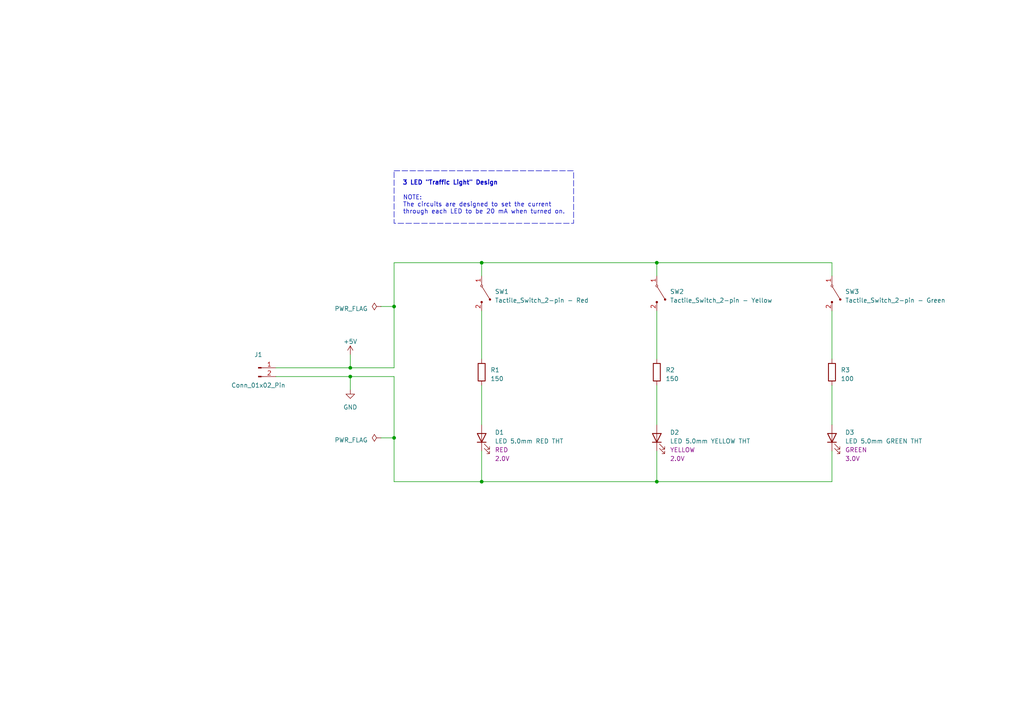
<source format=kicad_sch>
(kicad_sch (version 20230121) (generator eeschema)
  (paper "A4")
  (title_block (title "Sean's Traffic Light") (date "2023-05-01") (rev "A") (company "Sean Electronics") (comment 1 "https://sean.com") (comment 2 "Design: Calle Johansson"))
  (lib_symbols
    (symbol "CJ_LED:LED 5.0mm GREEN THT" (pin_numbers hide) (pin_names (offset 1.016) hide)
      (property "Reference" "D" (at 0 2.54 0))
      (property "Value" "LED 5.0mm GREEN THT" (at 0 -2.54 0))
      (property "Color" "GREEN" (at 0 -5.08 0))
      (property "Voltage" "3.0V" (at 0 -7.62 0))
      (symbol "LED 5.0mm GREEN THT_0_1"
        (polyline (pts (xy -1.27 -1.27) (xy -1.27 1.27)) (stroke (width 0.254)))
        (polyline (pts (xy -1.27 0) (xy 1.27 0)))
        (polyline (pts (xy 1.27 -1.27) (xy 1.27 1.27) (xy -1.27 0) (xy 1.27 -1.27)) (stroke (width 0.254)))
        (polyline (pts (xy -3.048 -0.762) (xy -4.572 -2.286) (xy -3.81 -2.286) (xy -4.572 -2.286) (xy -4.572 -1.524)))
        (polyline (pts (xy -1.778 -0.762) (xy -3.302 -2.286) (xy -2.54 -2.286) (xy -3.302 -2.286) (xy -3.302 -1.524)))
      )
      (symbol "LED 5.0mm GREEN THT_1_1"
        (pin passive line (at -3.81 0 0) (length 2.54) (name "K") (number "1"))
        (pin passive line (at 3.81 0 180) (length 2.54) (name "A") (number "2"))
      )
    )
    (symbol "CJ_LED:LED 5.0mm RED THT" (pin_numbers hide) (pin_names (offset 1.016) hide)
      (property "Reference" "D" (at 0 2.54 0))
      (property "Value" "LED 5.0mm RED THT" (at 0 -2.54 0))
      (property "Color" "RED" (at 0 -5.08 0))
      (property "Voltage" "2.0V" (at 0 -7.62 0))
      (symbol "LED 5.0mm RED THT_0_1"
        (polyline (pts (xy -1.27 -1.27) (xy -1.27 1.27)) (stroke (width 0.254)))
        (polyline (pts (xy -1.27 0) (xy 1.27 0)))
        (polyline (pts (xy 1.27 -1.27) (xy 1.27 1.27) (xy -1.27 0) (xy 1.27 -1.27)) (stroke (width 0.254)))
        (polyline (pts (xy -3.048 -0.762) (xy -4.572 -2.286) (xy -3.81 -2.286) (xy -4.572 -2.286) (xy -4.572 -1.524)))
        (polyline (pts (xy -1.778 -0.762) (xy -3.302 -2.286) (xy -2.54 -2.286) (xy -3.302 -2.286) (xy -3.302 -1.524)))
      )
      (symbol "LED 5.0mm RED THT_1_1"
        (pin passive line (at -3.81 0 0) (length 2.54) (name "K") (number "1"))
        (pin passive line (at 3.81 0 180) (length 2.54) (name "A") (number "2"))
      )
    )
    (symbol "CJ_LED:LED 5.0mm YELLOW THT" (pin_numbers hide) (pin_names (offset 1.016) hide)
      (property "Reference" "D" (at 0 2.54 0))
      (property "Value" "LED 5.0mm YELLOW THT" (at 0 -2.54 0))
      (property "Color" "YELLOW" (at 0 -5.08 0))
      (property "Voltage" "2.0V" (at 0 -7.62 0))
      (symbol "LED 5.0mm YELLOW THT_0_1"
        (polyline (pts (xy -1.27 -1.27) (xy -1.27 1.27)) (stroke (width 0.254)))
        (polyline (pts (xy -1.27 0) (xy 1.27 0)))
        (polyline (pts (xy 1.27 -1.27) (xy 1.27 1.27) (xy -1.27 0) (xy 1.27 -1.27)) (stroke (width 0.254)))
        (polyline (pts (xy -3.048 -0.762) (xy -4.572 -2.286) (xy -3.81 -2.286) (xy -4.572 -2.286) (xy -4.572 -1.524)))
        (polyline (pts (xy -1.778 -0.762) (xy -3.302 -2.286) (xy -2.54 -2.286) (xy -3.302 -2.286) (xy -3.302 -1.524)))
      )
      (symbol "LED 5.0mm YELLOW THT_1_1"
        (pin passive line (at -3.81 0 0) (length 2.54) (name "K") (number "1"))
        (pin passive line (at 3.81 0 180) (length 2.54) (name "A") (number "2"))
      )
    )
    (symbol "CJ_Switch:Tactile_Switch_2-pin - Green"
      (property "Reference" "SW" (at -1.27 0 0))
      (property "Value" "Tactile_Switch_2-pin - Green" (at 0 0 0))
      (symbol "Tactile_Switch_2-pin - Green_0_1"
        (polyline (pts (xy -1.905 -4.953) (xy 1.778 -2.667)))
      )
      (symbol "Tactile_Switch_2-pin - Green_1_1"
        (circle (center -2.159 -5.08) (radius 0.284))
        (circle (center 1.778 -2.667) (radius 0.254) (fill (type outline)))
        (circle (center 2.54 -5.08) (radius 0.254) (fill (type outline)))
        (pin passive line (at -5.08 -5.08 0) (length 2.54) (name "") (number "1"))
        (pin passive line (at 5.08 -5.08 180) (length 2.54) (name "") (number "2"))
      )
    )
    (symbol "CJ_Switch:Tactile_Switch_2-pin - Red"
      (property "Reference" "SW" (at -1.27 0 0))
      (property "Value" "Tactile_Switch_2-pin - Red" (at 0 0 0))
      (symbol "Tactile_Switch_2-pin - Red_0_1"
        (polyline (pts (xy -1.905 -4.953) (xy 1.778 -2.667)))
      )
      (symbol "Tactile_Switch_2-pin - Red_1_1"
        (circle (center -2.159 -5.08) (radius 0.284))
        (circle (center 1.778 -2.667) (radius 0.254) (fill (type outline)))
        (circle (center 2.54 -5.08) (radius 0.254) (fill (type outline)))
        (pin passive line (at -5.08 -5.08 0) (length 2.54) (name "") (number "1"))
        (pin passive line (at 5.08 -5.08 180) (length 2.54) (name "") (number "2"))
      )
    )
    (symbol "CJ_Switch:Tactile_Switch_2-pin - Yellow"
      (property "Reference" "SW" (at -1.27 0 0))
      (property "Value" "Tactile_Switch_2-pin - Yellow" (at 0 0 0))
      (symbol "Tactile_Switch_2-pin - Yellow_0_1"
        (polyline (pts (xy -1.905 -4.953) (xy 1.778 -2.667)))
      )
      (symbol "Tactile_Switch_2-pin - Yellow_1_1"
        (circle (center -2.159 -5.08) (radius 0.284))
        (circle (center 1.778 -2.667) (radius 0.254) (fill (type outline)))
        (circle (center 2.54 -5.08) (radius 0.254) (fill (type outline)))
        (pin passive line (at -5.08 -5.08 0) (length 2.54) (name "") (number "1"))
        (pin passive line (at 5.08 -5.08 180) (length 2.54) (name "") (number "2"))
      )
    )
    (symbol "Connector:Conn_01x02_Pin" (pin_names (offset 1.016) hide)
      (property "Reference" "J" (at 0 2.54 0))
      (property "Value" "Conn_01x02_Pin" (at 0 -5.08 0))
      (symbol "Conn_01x02_Pin_1_1"
        (polyline (pts (xy 1.27 -2.54) (xy 0.8636 -2.54)) (stroke (width 0.1524)))
        (polyline (pts (xy 1.27 0) (xy 0.8636 0)) (stroke (width 0.1524)))
        (rectangle (start 0.8636 -2.413) (end 0 -2.667) (stroke (width 0.1524)) (fill (type outline)))
        (rectangle (start 0.8636 0.127) (end 0 -0.127) (stroke (width 0.1524)) (fill (type outline)))
        (pin passive line (at 5.08 0 180) (length 3.81) (name "Pin_1") (number "1"))
        (pin passive line (at 5.08 -2.54 180) (length 3.81) (name "Pin_2") (number "2"))
      )
    )
    (symbol "Device:R" (pin_numbers hide) (pin_names (offset 0))
      (property "Reference" "R" (at 2.032 0 90))
      (property "Value" "R" (at 0 0 90))
      (symbol "R_0_1"
        (rectangle (start -1.016 -2.54) (end 1.016 2.54) (stroke (width 0.254)))
      )
      (symbol "R_1_1"
        (pin passive line (at 0 3.81 270) (length 1.27) (name "~") (number "1"))
        (pin passive line (at 0 -3.81 90) (length 1.27) (name "~") (number "2"))
      )
    )
    (symbol "power:+5V" (power) (pin_names (offset 0))
      (property "Value" "+5V" (at 0 3.556 0))
      (symbol "+5V_0_1"
        (polyline (pts (xy -0.762 1.27) (xy 0 2.54)))
        (polyline (pts (xy 0 0) (xy 0 2.54)))
        (polyline (pts (xy 0 2.54) (xy 0.762 1.27)))
      )
      (symbol "+5V_1_1"
        (pin power_in line (at 0 0 90) (length 0) hide (name "+5V") (number "1"))
      )
    )
    (symbol "power:GND" (power) (pin_names (offset 0))
      (property "Value" "GND" (at 0 -3.81 0))
      (symbol "GND_0_1"
        (polyline (pts (xy 0 0) (xy 0 -1.27) (xy 1.27 -1.27) (xy 0 -2.54) (xy -1.27 -1.27) (xy 0 -1.27)))
      )
      (symbol "GND_1_1"
        (pin power_in line (at 0 0 270) (length 0) hide (name "GND") (number "1"))
      )
    )
    (symbol "power:PWR_FLAG" (power) (pin_numbers hide) (pin_names (offset 0) hide)
      (property "Value" "PWR_FLAG" (at 0 3.81 0))
      (symbol "PWR_FLAG_0_0"
        (pin power_out line (at 0 0 90) (length 0) (name "pwr") (number "1"))
      )
      (symbol "PWR_FLAG_0_1"
        (polyline (pts (xy 0 0) (xy 0 1.27) (xy -1.016 1.905) (xy 0 2.54) (xy 1.016 1.905) (xy 0 1.27)))
      )
    )
  )
  (junction (at 139.7 139.7))
  (junction (at 101.6 109.22))
  (junction (at 190.5 76.2))
  (junction (at 190.5 139.7))
  (junction (at 114.3 88.9))
  (junction (at 114.3 127))
  (junction (at 101.6 106.68))
  (junction (at 139.7 76.2))
  (wire (pts (xy 190.5 76.2) (xy 190.5 80.01)))
  (wire (pts (xy 139.7 111.76) (xy 139.7 123.19)))
  (wire (pts (xy 114.3 76.2) (xy 139.7 76.2)))
  (wire (pts (xy 114.3 139.7) (xy 139.7 139.7)))
  (wire (pts (xy 114.3 106.68) (xy 114.3 88.9)))
  (wire (pts (xy 110.49 88.9) (xy 114.3 88.9)))
  (wire (pts (xy 80.01 106.68) (xy 101.6 106.68)))
  (wire (pts (xy 80.01 109.22) (xy 101.6 109.22)))
  (wire (pts (xy 114.3 127) (xy 114.3 139.7)))
  (wire (pts (xy 139.7 90.17) (xy 139.7 104.14)))
  (wire (pts (xy 241.3 130.81) (xy 241.3 139.7)))
  (wire (pts (xy 101.6 109.22) (xy 101.6 113.03)))
  (wire (pts (xy 139.7 76.2) (xy 139.7 80.01)))
  (wire (pts (xy 190.5 130.81) (xy 190.5 139.7)))
  (wire (pts (xy 190.5 139.7) (xy 139.7 139.7)))
  (wire (pts (xy 110.49 127) (xy 114.3 127)))
  (wire (pts (xy 190.5 111.76) (xy 190.5 123.19)))
  (wire (pts (xy 101.6 102.87) (xy 101.6 106.68)))
  (wire (pts (xy 101.6 109.22) (xy 114.3 109.22)))
  (wire (pts (xy 241.3 80.01) (xy 241.3 76.2)))
  (wire (pts (xy 114.3 127) (xy 114.3 109.22)))
  (wire (pts (xy 241.3 111.76) (xy 241.3 123.19)))
  (wire (pts (xy 190.5 76.2) (xy 139.7 76.2)))
  (wire (pts (xy 114.3 88.9) (xy 114.3 76.2)))
  (wire (pts (xy 241.3 90.17) (xy 241.3 104.14)))
  (wire (pts (xy 101.6 106.68) (xy 114.3 106.68)))
  (wire (pts (xy 241.3 139.7) (xy 190.5 139.7)))
  (wire (pts (xy 241.3 76.2) (xy 190.5 76.2)))
  (wire (pts (xy 139.7 130.81) (xy 139.7 139.7)))
  (wire (pts (xy 190.5 90.17) (xy 190.5 104.14)))
  (rectangle (start 114.3 49.53) (end 166.37 64.77) (stroke (width 0) (type dash)))
  (text "\n\nNOTE:\nThe circuits are designed to set the current\nthrough each LED to be 20 mA when turned on." (at 116.84 62.23 0) (effects (font (size 1.27 1.27)) (justify left bottom)))
  (text "3 LED \"Traffic Light\" Design" (at 116.6976 53.8462 0) (effects (font (size 1.27 1.27) (thickness 0.254) bold) (justify left bottom)))
  (symbol (lib_id "power:GND") (at 101.6 113.03 0) (unit 1)
    (property "Reference" "#PWR02" (effects hide))
    (property "Value" "GND" (at 101.6 118.11 0))
  )
  (symbol (lib_id "Connector:Conn_01x02_Pin") (at 74.93 106.68 0) (unit 1)
    (property "Reference" "J1" (at 74.93 102.87 0))
    (property "Value" "Conn_01x02_Pin" (at 74.93 111.76 0))
    (property "Footprint" "Connector_PinHeader_2.54mm:PinHeader_1x02_P2.54mm_Vertical" (effects hide))
  )
  (symbol (lib_id "CJ_Switch:Tactile_Switch_2-pin - Yellow") (at 195.58 85.09 270) (unit 1)
    (property "Reference" "SW2" (at 194.31 84.582 90) (effects (justify left)))
    (property "Value" "Tactile_Switch_2-pin - Yellow" (at 194.31 87.122 90) (effects (justify left)))
    (property "Footprint" "Footprints_CJ:Tactile Switch - 6 x 6 mm - 2-pin - Yellow" (effects hide))
    (property "Datasheet" "https://www.aliexpress.us/item/2251832705231381.html" (effects hide))
    (property "Order Info" "https://www.amazon.com/gp/product/B07WF76VHT" (effects hide))
  )
  (symbol (lib_id "power:+5V") (at 101.6 102.87 0) (unit 1)
    (property "Reference" "#PWR01" (effects hide))
    (property "Value" "+5V" (at 101.6 99.06 0))
  )
  (symbol (lib_id "Device:R") (at 139.7 107.95 0) (unit 1)
    (property "Reference" "R1" (at 142.24 107.315 0) (effects (justify left)))
    (property "Value" "150" (at 142.24 109.855 0) (effects (justify left)))
    (property "Footprint" "Resistor_THT:R_Axial_DIN0204_L3.6mm_D1.6mm_P7.62mm_Horizontal" (effects hide))
  )
  (symbol (lib_id "Device:R") (at 190.5 107.95 0) (unit 1)
    (property "Reference" "R2" (at 193.04 107.315 0) (effects (justify left)))
    (property "Value" "150" (at 193.04 109.855 0) (effects (justify left)))
    (property "Footprint" "Resistor_THT:R_Axial_DIN0204_L3.6mm_D1.6mm_P7.62mm_Horizontal" (effects hide))
  )
  (symbol (lib_id "CJ_LED:LED 5.0mm YELLOW THT") (at 190.5 127 90) (unit 1)
    (property "Reference" "D2" (at 194.31 125.4125 90) (effects (justify right)))
    (property "Value" "LED 5.0mm YELLOW THT" (at 194.31 127.9525 90) (effects (justify right)))
    (property "Footprint" "Footprints_CJ:LED_D5.0mm YELLOW THT" (effects hide))
    (property "Datasheet" "https://www.farnell.com/datasheets/2863876.pdf" (effects hide))
    (property "LED Info" "https://www.digikey.com/htmldatasheets/production/1797885/0/0/1/All-About-LEDs.pdf" (effects hide))
    (property "Color" "YELLOW" (at 194.31 130.4925 90) (effects (justify right)))
    (property "Voltage" "2.0V" (at 194.31 133.0325 90) (effects (justify right)))
  )
  (symbol (lib_id "CJ_LED:LED 5.0mm GREEN THT") (at 241.3 127 90) (unit 1)
    (property "Reference" "D3" (at 245.11 125.4125 90) (effects (justify right)))
    (property "Value" "LED 5.0mm GREEN THT" (at 245.11 127.9525 90) (effects (justify right)))
    (property "Footprint" "Footprints_CJ:LED_D5.0mm GREEN THT" (effects hide))
    (property "Datasheet" "https://www.farnell.com/datasheets/2863875.pdf" (effects hide))
    (property "Additional Data" "https://www.farnell.com/datasheets/1975638.pdf" (effects hide))
    (property "LED Info" "https://www.digikey.com/htmldatasheets/production/1797885/0/0/1/All-About-LEDs.pdf" (effects hide))
    (property "Color" "GREEN" (at 245.11 130.4925 90) (effects (justify right)))
    (property "Voltage" "3.0V" (at 245.11 133.0325 90) (effects (justify right)))
  )
  (symbol (lib_id "CJ_LED:LED 5.0mm RED THT") (at 139.7 127 90) (unit 1)
    (property "Reference" "D1" (at 143.51 125.4125 90) (effects (justify right)))
    (property "Value" "LED 5.0mm RED THT" (at 143.51 127.9525 90) (effects (justify right)))
    (property "Footprint" "Footprints_CJ:LED_D5.0mm RED THT" (effects hide))
    (property "Datasheet" "https://www.farnell.com/datasheets/2863877.pdf" (effects hide))
    (property "Additional Data" "https://www.farnell.com/datasheets/2047848.pdf" (effects hide))
    (property "LED Info" "https://www.digikey.com/htmldatasheets/production/1797885/0/0/1/All-About-LEDs.pdf" (effects hide))
    (property "Color" "RED" (at 143.51 130.4925 90) (effects (justify right)))
    (property "Voltage" "2.0V" (at 143.51 133.0325 90) (effects (justify right)))
  )
  (symbol (lib_id "CJ_Switch:Tactile_Switch_2-pin - Green") (at 246.38 85.09 270) (unit 1)
    (property "Reference" "SW3" (at 245.11 84.582 90) (effects (justify left)))
    (property "Value" "Tactile_Switch_2-pin - Green" (at 245.11 87.122 90) (effects (justify left)))
    (property "Footprint" "Footprints_CJ:Tactile Switch - 6 x 6 mm - 2-pin - Green" (effects hide))
    (property "Datasheet" "https://www.aliexpress.us/item/2251832705231381.html" (effects hide))
    (property "Order Info" "https://www.amazon.com/gp/product/B07WF76VHT" (effects hide))
  )
  (symbol (lib_id "power:PWR_FLAG") (at 110.49 127 90) (unit 1)
    (property "Reference" "#FLG02" (effects hide))
    (property "Value" "PWR_FLAG" (at 106.68 127.635 90) (effects (justify left)))
  )
  (symbol (lib_id "power:PWR_FLAG") (at 110.49 88.9 90) (unit 1)
    (property "Reference" "#FLG01" (effects hide))
    (property "Value" "PWR_FLAG" (at 106.68 89.535 90) (effects (justify left)))
  )
  (symbol (lib_id "Device:R") (at 241.3 107.95 0) (unit 1)
    (property "Reference" "R3" (at 243.84 107.315 0) (effects (justify left)))
    (property "Value" "100" (at 243.84 109.855 0) (effects (justify left)))
    (property "Footprint" "Resistor_THT:R_Axial_DIN0204_L3.6mm_D1.6mm_P7.62mm_Horizontal" (effects hide))
  )
  (symbol (lib_id "CJ_Switch:Tactile_Switch_2-pin - Red") (at 144.78 85.09 270) (unit 1)
    (property "Reference" "SW1" (at 143.51 84.582 90) (effects (justify left)))
    (property "Value" "Tactile_Switch_2-pin - Red" (at 143.51 87.122 90) (effects (justify left)))
    (property "Footprint" "Footprints_CJ:Tactile Switch - 6 x 6 mm - 2-pin - Red" (effects hide))
    (property "Datasheet" "https://www.aliexpress.us/item/2251832705231381.html" (effects hide))
    (property "Order Info" "https://www.amazon.com/gp/product/B07WF76VHT" (effects hide))
  )
)
</source>
